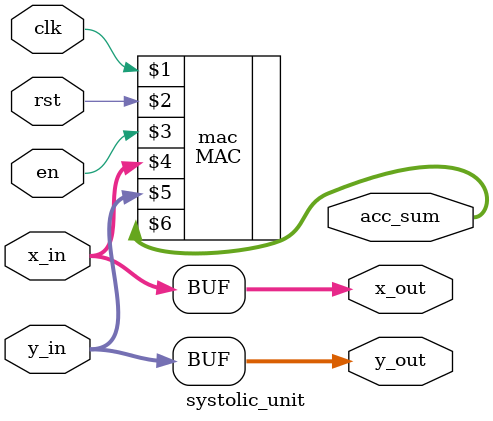
<source format=sv>
module systolic_unit #(
    parameter Q = 10,
    parameter N = 32
)
(
    input logic clk,
    input logic rst,
    input logic en,
    input logic signed [N-1:0] x_in,
    input logic signed [N-1:0] y_in,
    output logic signed [N-1:0] x_out,
    output logic signed [N-1:0] y_out,
    output logic signed [N-1:0] acc_sum
);

    MAC #(Q, N) mac(clk, rst, en, x_in, y_in, acc_sum);

    assign x_out = x_in;
    assign y_out = y_in;

endmodule: systolic_unit
</source>
